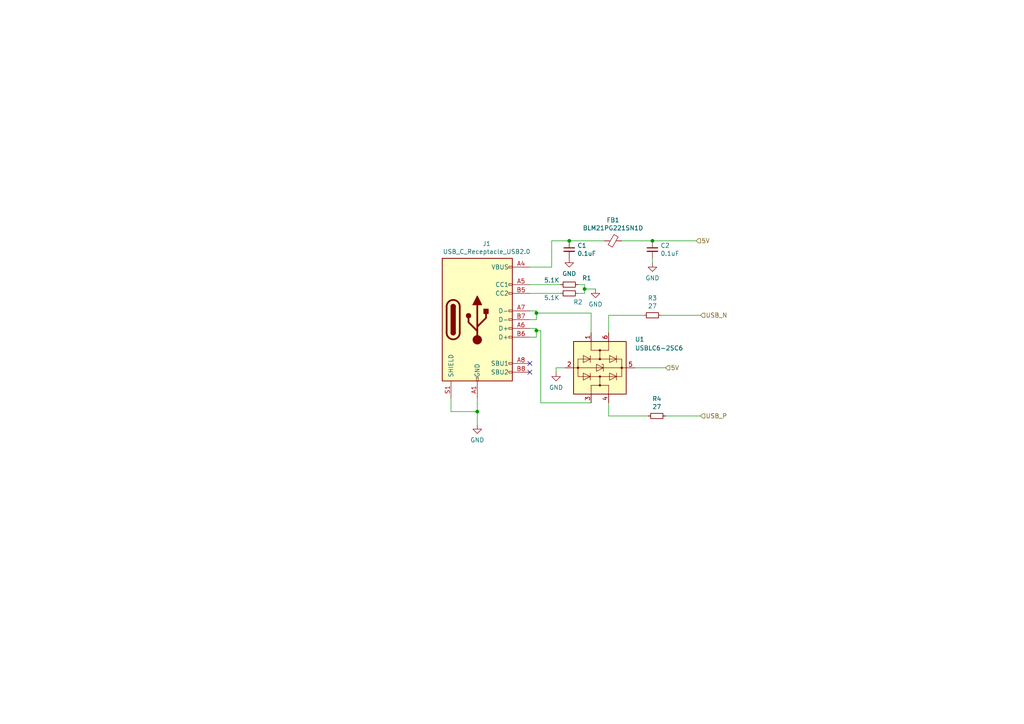
<source format=kicad_sch>
(kicad_sch (version 20250114) (generator "eeschema") (generator_version "9.0")
  (paper "A4")
  (lib_symbols
    (symbol "Connector:USB_C_Receptacle_USB2.0" (pin_names (offset 1.016))
      (property "Reference" "J" (at -10.16 19.05 0))
      (property "Value" "USB_C_Receptacle_USB2.0" (at 19.05 19.05 0))
      (symbol "USB_C_Receptacle_USB2.0_0_0"
        (rectangle (start -0.254 -17.78) (end 0.254 -16.764))
        (rectangle (start 10.16 15.494) (end 9.144 14.986))
        (rectangle (start 10.16 10.414) (end 9.144 9.906))
        (rectangle (start 10.16 7.874) (end 9.144 7.366))
        (rectangle (start 10.16 2.794) (end 9.144 2.286))
        (rectangle (start 10.16 0.254) (end 9.144 -0.254))
        (rectangle (start 10.16 -2.286) (end 9.144 -2.794))
        (rectangle (start 10.16 -4.826) (end 9.144 -5.334))
        (rectangle (start 10.16 -12.446) (end 9.144 -12.954))
        (rectangle (start 10.16 -14.986) (end 9.144 -15.494))
      )
      (symbol "USB_C_Receptacle_USB2.0_0_1"
        (rectangle (start -10.16 17.78) (end 10.16 -17.78) (stroke (width 0.254)) (fill (type background)))
        (polyline (pts (xy -8.89 -3.81) (xy -8.89 3.81)) (stroke (width 0.508)))
        (rectangle (start -7.62 -3.81) (end -6.35 3.81) (stroke (width 0.254)) (fill (type outline)))
        (arc (start -7.62 3.81) (mid -6.985 4.4423) (end -6.35 3.81) (stroke (width 0.254)))
        (arc (start -7.62 3.81) (mid -6.985 4.4423) (end -6.35 3.81) (stroke (width 0.254)) (fill (type outline)))
        (arc (start -8.89 3.81) (mid -6.985 5.7067) (end -5.08 3.81) (stroke (width 0.508)))
        (arc (start -5.08 -3.81) (mid -6.985 -5.7067) (end -8.89 -3.81) (stroke (width 0.508)))
        (arc (start -6.35 -3.81) (mid -6.985 -4.4423) (end -7.62 -3.81) (stroke (width 0.254)))
        (arc (start -6.35 -3.81) (mid -6.985 -4.4423) (end -7.62 -3.81) (stroke (width 0.254)) (fill (type outline)))
        (polyline (pts (xy -5.08 3.81) (xy -5.08 -3.81)) (stroke (width 0.508)))
        (circle (center -2.54 1.143) (radius 0.635) (stroke (width 0.254)) (fill (type outline)))
        (polyline (pts (xy -1.27 4.318) (xy 0 6.858) (xy 1.27 4.318) (xy -1.27 4.318)) (stroke (width 0.254)) (fill (type outline)))
        (polyline (pts (xy 0 -2.032) (xy 2.54 0.508) (xy 2.54 1.778)) (stroke (width 0.508)))
        (polyline (pts (xy 0 -3.302) (xy -2.54 -0.762) (xy -2.54 0.508)) (stroke (width 0.508)))
        (polyline (pts (xy 0 -5.842) (xy 0 4.318)) (stroke (width 0.508)))
        (circle (center 0 -5.842) (radius 1.27) (fill (type outline)))
        (rectangle (start 1.905 1.778) (end 3.175 3.048) (stroke (width 0.254)) (fill (type outline)))
      )
      (symbol "USB_C_Receptacle_USB2.0_1_1"
        (pin passive line (at -7.62 -22.86 90) (length 5.08) (name "SHIELD") (number "S1"))
        (pin passive line (at 0 -22.86 90) (length 5.08) (name "GND") (number "A1"))
        (pin passive line (at 0 -22.86 90) (length 5.08) (hide yes) (name "GND") (number "A12"))
        (pin passive line (at 0 -22.86 90) (length 5.08) (hide yes) (name "GND") (number "B1"))
        (pin passive line (at 0 -22.86 90) (length 5.08) (hide yes) (name "GND") (number "B12"))
        (pin passive line (at 15.24 15.24 180) (length 5.08) (name "VBUS") (number "A4"))
        (pin passive line (at 15.24 15.24 180) (length 5.08) (hide yes) (name "VBUS") (number "A9"))
        (pin passive line (at 15.24 15.24 180) (length 5.08) (hide yes) (name "VBUS") (number "B4"))
        (pin passive line (at 15.24 15.24 180) (length 5.08) (hide yes) (name "VBUS") (number "B9"))
        (pin bidirectional line (at 15.24 10.16 180) (length 5.08) (name "CC1") (number "A5"))
        (pin bidirectional line (at 15.24 7.62 180) (length 5.08) (name "CC2") (number "B5"))
        (pin bidirectional line (at 15.24 2.54 180) (length 5.08) (name "D-") (number "A7"))
        (pin bidirectional line (at 15.24 0 180) (length 5.08) (name "D-") (number "B7"))
        (pin bidirectional line (at 15.24 -2.54 180) (length 5.08) (name "D+") (number "A6"))
        (pin bidirectional line (at 15.24 -5.08 180) (length 5.08) (name "D+") (number "B6"))
        (pin bidirectional line (at 15.24 -12.7 180) (length 5.08) (name "SBU1") (number "A8"))
        (pin bidirectional line (at 15.24 -15.24 180) (length 5.08) (name "SBU2") (number "B8"))
      )
    )
    (symbol "Device:C_Small" (pin_numbers (hide yes)) (pin_names (offset 0.254) (hide yes))
      (property "Reference" "C" (at 0.254 1.778 0))
      (property "Value" "C_Small" (at 0.254 -2.032 0))
      (symbol "C_Small_0_1"
        (polyline (pts (xy -1.524 0.508) (xy 1.524 0.508)) (stroke (width 0.3048)))
        (polyline (pts (xy -1.524 -0.508) (xy 1.524 -0.508)) (stroke (width 0.3302)))
      )
      (symbol "C_Small_1_1"
        (pin passive line (at 0 2.54 270) (length 2.032) (name "~") (number "1"))
        (pin passive line (at 0 -2.54 90) (length 2.032) (name "~") (number "2"))
      )
    )
    (symbol "Device:R_Small" (pin_numbers (hide yes)) (pin_names (offset 0.254) (hide yes))
      (property "Reference" "R" (at 0.762 0.508 0))
      (property "Value" "R_Small" (at 0.762 -1.016 0))
      (symbol "R_Small_0_1"
        (rectangle (start -0.762 1.778) (end 0.762 -1.778) (stroke (width 0.2032)))
      )
      (symbol "R_Small_1_1"
        (pin passive line (at 0 2.54 270) (length 0.762) (name "~") (number "1"))
        (pin passive line (at 0 -2.54 90) (length 0.762) (name "~") (number "2"))
      )
    )
    (symbol "Power_Protection:USBLC6-2SC6" (pin_names (hide yes))
      (property "Reference" "U" (at 2.54 8.89 0))
      (property "Value" "USBLC6-2SC6" (at 2.54 -8.89 0))
      (symbol "USBLC6-2SC6_0_1"
        (rectangle (start -7.62 -7.62) (end 7.62 7.62) (stroke (width 0.254)) (fill (type background)))
        (polyline (pts (xy -5.08 2.54) (xy -7.62 2.54)))
        (circle (center -5.08 0) (radius 0.254) (fill (type outline)))
        (polyline (pts (xy -5.08 0) (xy -5.08 -2.54)))
        (polyline (pts (xy -5.08 -2.54) (xy -7.62 -2.54)))
        (polyline (pts (xy -3.556 2.794) (xy -1.524 2.794) (xy -2.54 4.826) (xy -3.556 2.794)))
        (polyline (pts (xy -3.556 -4.826) (xy -1.524 -4.826) (xy -2.54 -2.794) (xy -3.556 -4.826)))
        (rectangle (start -2.54 6.35) (end 2.54 -6.35))
        (circle (center -2.54 0) (radius 0.254) (fill (type outline)))
        (polyline (pts (xy -2.54 0) (xy -5.08 0) (xy -5.08 2.54)))
        (polyline (pts (xy -1.524 4.826) (xy -3.556 4.826)))
        (polyline (pts (xy -1.524 -2.794) (xy -3.556 -2.794)))
        (polyline (pts (xy -1.016 -1.016) (xy 1.016 -1.016) (xy 0 1.016) (xy -1.016 -1.016)))
        (circle (center 0 6.35) (radius 0.254) (fill (type outline)))
        (polyline (pts (xy 0 6.35) (xy 0 7.62)))
        (polyline (pts (xy 0 1.27) (xy 0 6.35)))
        (polyline (pts (xy 0 -6.35) (xy 0 1.27)))
        (circle (center 0 -6.35) (radius 0.254) (fill (type outline)))
        (polyline (pts (xy 0 -7.62) (xy 0 -6.35)))
        (polyline (pts (xy 1.016 1.016) (xy 0.762 1.016) (xy -1.016 1.016) (xy -1.016 0.508)))
        (polyline (pts (xy 1.524 4.826) (xy 3.556 4.826)))
        (polyline (pts (xy 1.524 -2.794) (xy 3.556 -2.794)))
        (polyline (pts (xy 2.54 0) (xy 5.08 0) (xy 5.08 2.54)))
        (circle (center 2.54 0) (radius 0.254) (fill (type outline)))
        (polyline (pts (xy 3.556 2.794) (xy 1.524 2.794) (xy 2.54 4.826) (xy 3.556 2.794)))
        (polyline (pts (xy 3.556 -4.826) (xy 1.524 -4.826) (xy 2.54 -2.794) (xy 3.556 -4.826)))
        (polyline (pts (xy 5.08 2.54) (xy 7.62 2.54)))
        (polyline (pts (xy 5.08 0) (xy 5.08 -2.54)))
        (circle (center 5.08 0) (radius 0.254) (fill (type outline)))
        (polyline (pts (xy 5.08 -2.54) (xy 7.62 -2.54)))
      )
      (symbol "USBLC6-2SC6_1_1"
        (pin passive line (at -10.16 2.54 0) (length 2.54) (name "I/O1") (number "6"))
        (pin passive line (at -10.16 -2.54 0) (length 2.54) (name "I/O1") (number "1"))
        (pin passive line (at 0 10.16 270) (length 2.54) (name "VBUS") (number "5"))
        (pin passive line (at 0 -10.16 90) (length 2.54) (name "GND") (number "2"))
        (pin passive line (at 10.16 2.54 180) (length 2.54) (name "I/O2") (number "4"))
        (pin passive line (at 10.16 -2.54 180) (length 2.54) (name "I/O2") (number "3"))
      )
    )
    (symbol "power:GND" (power) (pin_names (offset 0))
      (property "Value" "GND" (at 0 -3.81 0))
      (symbol "GND_0_1"
        (polyline (pts (xy 0 0) (xy 0 -1.27) (xy 1.27 -1.27) (xy 0 -2.54) (xy -1.27 -1.27) (xy 0 -1.27)))
      )
      (symbol "GND_1_1"
        (pin power_in line (at 0 0 270) (length 0) (hide yes) (name "GND") (number "1"))
      )
    )
    (symbol "usb_can-rescue:Ferrite_Bead_Small-Device" (pin_numbers (hide yes)) (pin_names (offset 0))
      (property "Reference" "FB" (at 1.905 1.27 0))
      (property "Value" "Device_Ferrite_Bead_Small" (at 1.905 -1.27 0))
      (symbol "Ferrite_Bead_Small-Device_0_1"
        (polyline (pts (xy -1.8288 0.2794) (xy -1.1176 1.4986) (xy 1.8288 -0.2032) (xy 1.1176 -1.4224) (xy -1.8288 0.2794)))
        (polyline (pts (xy 0 0.889) (xy 0 1.2954)))
        (polyline (pts (xy 0 -1.27) (xy 0 -0.7874)))
      )
      (symbol "Ferrite_Bead_Small-Device_1_1"
        (pin passive line (at 0 2.54 270) (length 1.27) (name "~") (number "1"))
        (pin passive line (at 0 -2.54 90) (length 1.27) (name "~") (number "2"))
      )
    )
  )
  (junction (at 165.1 69.85))
  (junction (at 169.545 83.82))
  (junction (at 189.23 69.85))
  (junction (at 138.43 119.38))
  (junction (at 155.575 95.885))
  (junction (at 155.575 90.805))
  (no_connect (at 153.67 107.95))
  (no_connect (at 153.67 105.41))
  (wire (pts (xy 155.575 95.885) (xy 155.575 97.79)))
  (wire (pts (xy 155.575 95.885) (xy 156.845 95.885)))
  (wire (pts (xy 161.29 106.68) (xy 161.29 107.95)))
  (wire (pts (xy 153.67 77.47) (xy 160.02 77.47)))
  (wire (pts (xy 184.15 106.68) (xy 193.04 106.68)))
  (wire (pts (xy 155.575 90.17) (xy 155.575 90.805)))
  (wire (pts (xy 169.545 85.09) (xy 167.64 85.09)))
  (wire (pts (xy 186.69 91.44) (xy 176.53 91.44)))
  (wire (pts (xy 153.67 95.25) (xy 155.575 95.25)))
  (wire (pts (xy 180.34 69.85) (xy 189.23 69.85)))
  (wire (pts (xy 169.545 82.55) (xy 169.545 83.82)))
  (wire (pts (xy 130.81 119.38) (xy 138.43 119.38)))
  (wire (pts (xy 191.77 91.44) (xy 203.2 91.44)))
  (wire (pts (xy 155.575 90.805) (xy 155.575 92.71)))
  (wire (pts (xy 130.81 115.57) (xy 130.81 119.38)))
  (wire (pts (xy 153.67 85.09) (xy 162.56 85.09)))
  (wire (pts (xy 165.1 69.85) (xy 175.26 69.85)))
  (wire (pts (xy 193.04 120.65) (xy 203.2 120.65)))
  (wire (pts (xy 160.02 69.85) (xy 165.1 69.85)))
  (wire (pts (xy 187.96 120.65) (xy 176.53 120.65)))
  (wire (pts (xy 189.23 74.93) (xy 189.23 76.2)))
  (wire (pts (xy 169.545 83.82) (xy 169.545 85.09)))
  (wire (pts (xy 153.67 90.17) (xy 155.575 90.17)))
  (wire (pts (xy 167.64 82.55) (xy 169.545 82.55)))
  (wire (pts (xy 169.545 83.82) (xy 172.72 83.82)))
  (wire (pts (xy 155.575 90.805) (xy 171.45 90.805)))
  (wire (pts (xy 156.845 95.885) (xy 156.845 116.84)))
  (wire (pts (xy 189.23 69.85) (xy 201.93 69.85)))
  (wire (pts (xy 155.575 92.71) (xy 153.67 92.71)))
  (wire (pts (xy 160.02 77.47) (xy 160.02 69.85)))
  (wire (pts (xy 155.575 97.79) (xy 153.67 97.79)))
  (wire (pts (xy 176.53 91.44) (xy 176.53 96.52)))
  (wire (pts (xy 155.575 95.25) (xy 155.575 95.885)))
  (wire (pts (xy 156.845 116.84) (xy 171.45 116.84)))
  (wire (pts (xy 171.45 90.805) (xy 171.45 96.52)))
  (wire (pts (xy 153.67 82.55) (xy 162.56 82.55)))
  (wire (pts (xy 138.43 119.38) (xy 138.43 115.57)))
  (wire (pts (xy 176.53 120.65) (xy 176.53 116.84)))
  (wire (pts (xy 138.43 123.19) (xy 138.43 119.38)))
  (wire (pts (xy 163.83 106.68) (xy 161.29 106.68)))
  (hierarchical_label "5V" (shape input) (at 193.04 106.68 0))
  (hierarchical_label "5V" (shape input) (at 201.93 69.85 0))
  (hierarchical_label "USB_N" (shape input) (at 203.2 91.44 0))
  (hierarchical_label "USB_P" (shape input) (at 203.2 120.65 0))
  (symbol (lib_id "power:GND") (at 165.1 74.93 0) (unit 1)
    (property "Reference" "#PWR0603" (effects (hide yes)))
    (property "Value" "GND" (at 165.1 79.375 0))
    (instances (project "CAN2GPIO2" (path "" (reference "#PWR0603") (unit 1))) (project "CAN2GPIO2" (path "" (reference "#PWR0303") (unit 1))))
  )
  (symbol (lib_id "power:GND") (at 172.72 83.82 0) (unit 1)
    (property "Reference" "#PWR0604" (effects (hide yes)))
    (property "Value" "GND" (at 172.72 88.265 0))
    (instances (project "CAN2GPIO2" (path "" (reference "#PWR0604") (unit 1))) (project "CAN2GPIO2" (path "" (reference "#PWR0304") (unit 1))))
  )
  (symbol (lib_id "power:GND") (at 138.43 123.19 0) (unit 1)
    (property "Reference" "#PWR0601" (effects (hide yes)))
    (property "Value" "GND" (at 138.43 127.635 0))
    (instances (project "CAN2GPIO2" (path "" (reference "#PWR0601") (unit 1))) (project "CAN2GPIO2" (path "" (reference "#PWR0301") (unit 1))))
  )
  (symbol (lib_id "Device:R_Small") (at 165.1 85.09 270) (unit 1)
    (property "Reference" "R602" (at 167.64 87.63 90))
    (property "Value" "5.1K" (at 160.02 86.36 90))
    (property "Footprint" "Resistor_SMD:R_0603_1608Metric" (effects (hide yes)))
    (instances (project "usb_can" (path "" (reference "R2") (unit 1))) (project "usb_can" (path "" (reference "R602") (unit 1))) (project "CAN2GPIO2" (path "" (reference "R302") (unit 1))))
  )
  (symbol (lib_id "Connector:USB_C_Receptacle_USB2.0") (at 138.43 92.71 0) (unit 1)
    (property "Reference" "J601" (at 141.1478 70.6882 0))
    (property "Value" "USB_C_Receptacle_USB2.0" (at 141.1478 72.9996 0))
    (property "Footprint" "Connector_USB:USB_C_Receptacle_XKB_U262-16XN-4BVC11" (effects (hide yes)))
    (property "Datasheet" "https://www.usb.org/sites/default/files/documents/usb_type-c.zip" (effects (hide yes)))
    (instances (project "usb_can" (path "" (reference "J1") (unit 1))) (project "usb_can" (path "" (reference "J601") (unit 1))) (project "CAN2GPIO2" (path "" (reference "J301") (unit 1))))
  )
  (symbol (lib_id "Power_Protection:USBLC6-2SC6") (at 173.99 106.68 270) (unit 1)
    (property "Reference" "U601" (at 184.15 98.425 90) (effects (justify left)))
    (property "Value" "USBLC6-2SC6" (at 184.15 100.965 90) (effects (justify left)))
    (property "Footprint" "Package_TO_SOT_SMD:SOT-23-6" (effects (hide yes)))
    (property "Datasheet" "https://www.st.com/resource/en/datasheet/usblc6-2.pdf" (effects (hide yes)))
    (property "LCSC" "C7519" (effects (hide yes)))
    (instances (project "usb_can" (path "" (reference "U1") (unit 1))) (project "usb_can" (path "" (reference "U601") (unit 1))) (project "CAN2GPIO2" (path "" (reference "U301") (unit 1))))
  )
  (symbol (lib_id "usb_can-rescue:Ferrite_Bead_Small-Device") (at 177.8 69.85 270) (unit 1)
    (property "Reference" "FB601" (at 177.8 63.8302 90))
    (property "Value" "BLM21PG221SN1D" (at 177.8 66.1416 90))
    (property "Footprint" "Inductor_SMD:L_0805_2012Metric" (effects (hide yes)))
    (instances (project "usb_can" (path "" (reference "FB1") (unit 1))) (project "usb_can" (path "" (reference "FB601") (unit 1))) (project "CAN2GPIO2" (path "" (reference "FB301") (unit 1))))
  )
  (symbol (lib_id "power:GND") (at 161.29 107.95 0) (unit 1)
    (property "Reference" "#PWR0602" (effects (hide yes)))
    (property "Value" "GND" (at 161.29 112.395 0))
    (instances (project "CAN2GPIO2" (path "" (reference "#PWR0602") (unit 1))) (project "CAN2GPIO2" (path "" (reference "#PWR0302") (unit 1))))
  )
  (symbol (lib_id "power:GND") (at 189.23 76.2 0) (unit 1)
    (property "Reference" "#PWR0605" (effects (hide yes)))
    (property "Value" "GND" (at 189.23 80.645 0))
    (instances (project "CAN2GPIO2" (path "" (reference "#PWR0605") (unit 1))) (project "CAN2GPIO2" (path "" (reference "#PWR0305") (unit 1))))
  )
  (symbol (lib_id "Device:C_Small") (at 189.23 72.39 0) (unit 1)
    (property "Reference" "C602" (at 191.5668 71.2216 0) (effects (justify left)))
    (property "Value" "0.1uF" (at 191.5668 73.533 0) (effects (justify left)))
    (property "Footprint" "Capacitor_SMD:C_0603_1608Metric" (effects (hide yes)))
    (instances (project "usb_can" (path "" (reference "C2") (unit 1))) (project "usb_can" (path "" (reference "C602") (unit 1))) (project "CAN2GPIO2" (path "" (reference "C302") (unit 1))))
  )
  (symbol (lib_id "Device:R_Small") (at 190.5 120.65 270) (unit 1)
    (property "Reference" "R604" (at 190.5 115.6716 90))
    (property "Value" "27" (at 190.5 117.983 90))
    (property "Footprint" "Resistor_SMD:R_0603_1608Metric" (effects (hide yes)))
    (instances (project "usb_can" (path "" (reference "R4") (unit 1))) (project "usb_can" (path "" (reference "R604") (unit 1))) (project "CAN2GPIO2" (path "" (reference "R304") (unit 1))))
  )
  (symbol (lib_id "Device:C_Small") (at 165.1 72.39 0) (unit 1)
    (property "Reference" "C601" (at 167.4368 71.2216 0) (effects (justify left)))
    (property "Value" "0.1uF" (at 167.4368 73.533 0) (effects (justify left)))
    (property "Footprint" "Capacitor_SMD:C_0603_1608Metric" (effects (hide yes)))
    (instances (project "usb_can" (path "" (reference "C1") (unit 1))) (project "usb_can" (path "" (reference "C601") (unit 1))) (project "CAN2GPIO2" (path "" (reference "C301") (unit 1))))
  )
  (symbol (lib_id "Device:R_Small") (at 165.1 82.55 270) (unit 1)
    (property "Reference" "R601" (at 170.18 80.645 90))
    (property "Value" "5.1K" (at 160.02 81.28 90))
    (property "Footprint" "Resistor_SMD:R_0603_1608Metric" (effects (hide yes)))
    (instances (project "usb_can" (path "" (reference "R1") (unit 1))) (project "usb_can" (path "" (reference "R601") (unit 1))) (project "CAN2GPIO2" (path "" (reference "R301") (unit 1))))
  )
  (symbol (lib_id "Device:R_Small") (at 189.23 91.44 270) (unit 1)
    (property "Reference" "R603" (at 189.23 86.4616 90))
    (property "Value" "27" (at 189.23 88.773 90))
    (property "Footprint" "Resistor_SMD:R_0603_1608Metric" (effects (hide yes)))
    (instances (project "usb_can" (path "" (reference "R3") (unit 1))) (project "usb_can" (path "" (reference "R603") (unit 1))) (project "CAN2GPIO2" (path "" (reference "R303") (unit 1))))
  )
)
</source>
